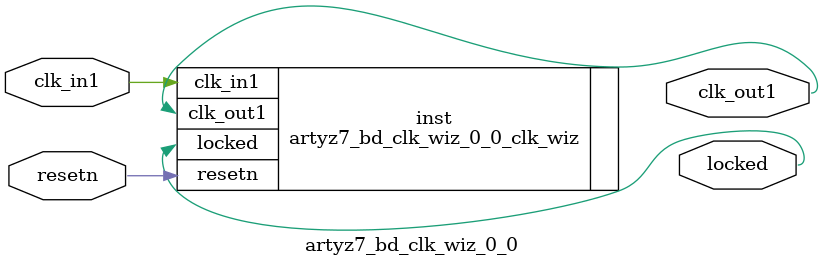
<source format=v>


`timescale 1ps/1ps

(* CORE_GENERATION_INFO = "artyz7_bd_clk_wiz_0_0,clk_wiz_v6_0_6_0_0,{component_name=artyz7_bd_clk_wiz_0_0,use_phase_alignment=true,use_min_o_jitter=false,use_max_i_jitter=false,use_dyn_phase_shift=false,use_inclk_switchover=false,use_dyn_reconfig=false,enable_axi=0,feedback_source=FDBK_AUTO,PRIMITIVE=MMCM,num_out_clk=1,clkin1_period=8.000,clkin2_period=10.000,use_power_down=false,use_reset=true,use_locked=true,use_inclk_stopped=false,feedback_type=SINGLE,CLOCK_MGR_TYPE=NA,manual_override=false}" *)

module artyz7_bd_clk_wiz_0_0 
 (
  // Clock out ports
  output        clk_out1,
  // Status and control signals
  input         resetn,
  output        locked,
 // Clock in ports
  input         clk_in1
 );

  artyz7_bd_clk_wiz_0_0_clk_wiz inst
  (
  // Clock out ports  
  .clk_out1(clk_out1),
  // Status and control signals               
  .resetn(resetn), 
  .locked(locked),
 // Clock in ports
  .clk_in1(clk_in1)
  );

endmodule

</source>
